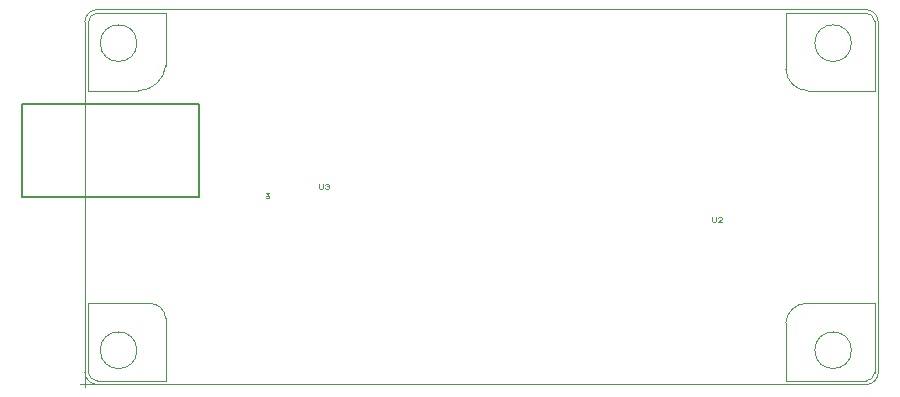
<source format=gm1>
G04*
G04 #@! TF.GenerationSoftware,Altium Limited,Altium Designer,22.5.1 (42)*
G04*
G04 Layer_Color=16711935*
%FSLAX44Y44*%
%MOMM*%
G71*
G04*
G04 #@! TF.SameCoordinates,16E258D9-83B2-4854-9FD3-66D1B54B03FA*
G04*
G04*
G04 #@! TF.FilePolarity,Positive*
G04*
G01*
G75*
%ADD14C,0.1778*%
%ADD52C,0.0127*%
%ADD61C,0.0500*%
%ADD62C,0.0800*%
D14*
X-52844Y237624D02*
X96465D01*
X-52844Y158376D02*
X96465D01*
Y237624D01*
X-52844Y158376D02*
Y237624D01*
D52*
X44010Y288960D02*
G03*
X44010Y288960I-15500J0D01*
G01*
X649010Y28960D02*
G03*
X649010Y28960I-15500J0D01*
G01*
X44010D02*
G03*
X44010Y28960I-15500J0D01*
G01*
X649010Y288960D02*
G03*
X649010Y288960I-15500J0D01*
G01*
X661530Y-40D02*
G03*
X671710Y10150I-10J10190D01*
G01*
X671740Y306700D02*
G03*
X660940Y317490I-10800J-10D01*
G01*
X10680Y317470D02*
G03*
X-20Y306760I10J-10710D01*
G01*
X0Y10450D02*
G03*
X10450Y0I10450J0D01*
G01*
X10630Y314460D02*
G03*
X3010Y306849I0J-7620D01*
G01*
X45090Y248760D02*
G03*
X68410Y269810I0J23442D01*
G01*
X3010Y10247D02*
G03*
X10660Y2960I7650J372D01*
G01*
X68410Y56010D02*
G03*
X55010Y68660I-13400J-772D01*
G01*
X611060D02*
G03*
X593410Y51910I0J-17674D01*
G01*
X661020Y2960D02*
G03*
X668710Y10043I0J7716D01*
G01*
X593410Y266830D02*
G03*
X612290Y248760I18880J828D01*
G01*
X668710Y307528D02*
G03*
X661080Y314460I-7630J-733D01*
G01*
X671710Y10150D02*
X671740Y306700D01*
X10680Y317470D02*
X660940Y317490D01*
X-20Y306760D02*
X0Y10450D01*
X10450Y0D02*
X661530Y-40D01*
X68410Y2960D02*
Y56010D01*
X3010Y68660D02*
X55010D01*
X611060D02*
X668710D01*
X593410Y2960D02*
Y51910D01*
Y2960D02*
X661020D01*
X0Y-2560D02*
Y10449D01*
X-3790Y0D02*
X10449D01*
X10630Y314460D02*
X68410D01*
X3010Y248760D02*
X45090D01*
X68410Y269810D02*
Y314460D01*
X3010Y248760D02*
Y306849D01*
X10660Y2960D02*
X68410D01*
X3010Y10247D02*
Y68660D01*
X668710Y10043D02*
Y68660D01*
X593410Y314460D02*
X661080D01*
X593410Y266830D02*
Y314460D01*
X612290Y248760D02*
X668710D01*
Y307528D01*
D61*
X153211Y157480D02*
X155710D01*
X156210Y157980D01*
Y158980D01*
X155710Y159479D01*
X153211D01*
X156210Y161978D02*
X153211D01*
X154711Y160479D01*
Y162478D01*
D62*
X198120Y170098D02*
Y165933D01*
X198953Y165100D01*
X200619D01*
X201452Y165933D01*
Y170098D01*
X203118Y169265D02*
X203951Y170098D01*
X205618D01*
X206451Y169265D01*
Y168432D01*
X205618Y167599D01*
X204785D01*
X205618D01*
X206451Y166766D01*
Y165933D01*
X205618Y165100D01*
X203951D01*
X203118Y165933D01*
X530860Y142158D02*
Y137993D01*
X531693Y137160D01*
X533359D01*
X534192Y137993D01*
Y142158D01*
X539191Y137160D02*
X535858D01*
X539191Y140492D01*
Y141325D01*
X538358Y142158D01*
X536691D01*
X535858Y141325D01*
M02*

</source>
